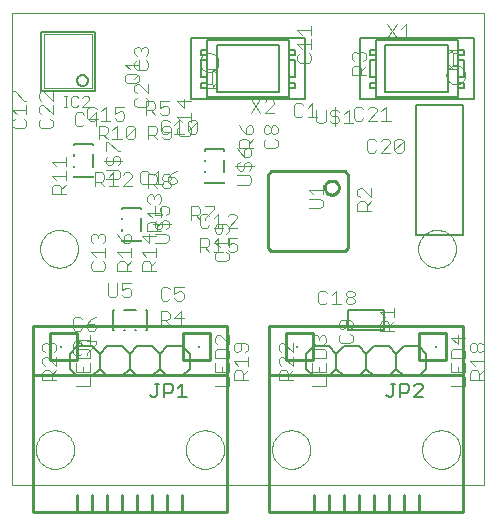
<source format=gto>
G75*
G70*
%OFA0B0*%
%FSLAX24Y24*%
%IPPOS*%
%LPD*%
%AMOC8*
5,1,8,0,0,1.08239X$1,22.5*
%
%ADD10C,0.0000*%
%ADD11C,0.0050*%
%ADD12C,0.0100*%
%ADD13C,0.0040*%
%ADD14R,0.0079X0.0079*%
%ADD15C,0.0060*%
%ADD16C,0.0080*%
%ADD17C,0.0020*%
D10*
X001274Y001049D02*
X001274Y016797D01*
X017022Y016797D01*
X017022Y001049D01*
X001274Y001049D01*
X002071Y002230D02*
X002073Y002280D01*
X002079Y002330D01*
X002089Y002379D01*
X002102Y002428D01*
X002120Y002475D01*
X002141Y002521D01*
X002165Y002564D01*
X002193Y002606D01*
X002224Y002646D01*
X002258Y002683D01*
X002295Y002717D01*
X002335Y002748D01*
X002377Y002776D01*
X002420Y002800D01*
X002466Y002821D01*
X002513Y002839D01*
X002562Y002852D01*
X002611Y002862D01*
X002661Y002868D01*
X002711Y002870D01*
X002761Y002868D01*
X002811Y002862D01*
X002860Y002852D01*
X002909Y002839D01*
X002956Y002821D01*
X003002Y002800D01*
X003045Y002776D01*
X003087Y002748D01*
X003127Y002717D01*
X003164Y002683D01*
X003198Y002646D01*
X003229Y002606D01*
X003257Y002564D01*
X003281Y002521D01*
X003302Y002475D01*
X003320Y002428D01*
X003333Y002379D01*
X003343Y002330D01*
X003349Y002280D01*
X003351Y002230D01*
X003349Y002180D01*
X003343Y002130D01*
X003333Y002081D01*
X003320Y002032D01*
X003302Y001985D01*
X003281Y001939D01*
X003257Y001896D01*
X003229Y001854D01*
X003198Y001814D01*
X003164Y001777D01*
X003127Y001743D01*
X003087Y001712D01*
X003045Y001684D01*
X003002Y001660D01*
X002956Y001639D01*
X002909Y001621D01*
X002860Y001608D01*
X002811Y001598D01*
X002761Y001592D01*
X002711Y001590D01*
X002661Y001592D01*
X002611Y001598D01*
X002562Y001608D01*
X002513Y001621D01*
X002466Y001639D01*
X002420Y001660D01*
X002377Y001684D01*
X002335Y001712D01*
X002295Y001743D01*
X002258Y001777D01*
X002224Y001814D01*
X002193Y001854D01*
X002165Y001896D01*
X002141Y001939D01*
X002120Y001985D01*
X002102Y002032D01*
X002089Y002081D01*
X002079Y002130D01*
X002073Y002180D01*
X002071Y002230D01*
X007071Y002230D02*
X007073Y002280D01*
X007079Y002330D01*
X007089Y002379D01*
X007102Y002428D01*
X007120Y002475D01*
X007141Y002521D01*
X007165Y002564D01*
X007193Y002606D01*
X007224Y002646D01*
X007258Y002683D01*
X007295Y002717D01*
X007335Y002748D01*
X007377Y002776D01*
X007420Y002800D01*
X007466Y002821D01*
X007513Y002839D01*
X007562Y002852D01*
X007611Y002862D01*
X007661Y002868D01*
X007711Y002870D01*
X007761Y002868D01*
X007811Y002862D01*
X007860Y002852D01*
X007909Y002839D01*
X007956Y002821D01*
X008002Y002800D01*
X008045Y002776D01*
X008087Y002748D01*
X008127Y002717D01*
X008164Y002683D01*
X008198Y002646D01*
X008229Y002606D01*
X008257Y002564D01*
X008281Y002521D01*
X008302Y002475D01*
X008320Y002428D01*
X008333Y002379D01*
X008343Y002330D01*
X008349Y002280D01*
X008351Y002230D01*
X008349Y002180D01*
X008343Y002130D01*
X008333Y002081D01*
X008320Y002032D01*
X008302Y001985D01*
X008281Y001939D01*
X008257Y001896D01*
X008229Y001854D01*
X008198Y001814D01*
X008164Y001777D01*
X008127Y001743D01*
X008087Y001712D01*
X008045Y001684D01*
X008002Y001660D01*
X007956Y001639D01*
X007909Y001621D01*
X007860Y001608D01*
X007811Y001598D01*
X007761Y001592D01*
X007711Y001590D01*
X007661Y001592D01*
X007611Y001598D01*
X007562Y001608D01*
X007513Y001621D01*
X007466Y001639D01*
X007420Y001660D01*
X007377Y001684D01*
X007335Y001712D01*
X007295Y001743D01*
X007258Y001777D01*
X007224Y001814D01*
X007193Y001854D01*
X007165Y001896D01*
X007141Y001939D01*
X007120Y001985D01*
X007102Y002032D01*
X007089Y002081D01*
X007079Y002130D01*
X007073Y002180D01*
X007071Y002230D01*
X009945Y002230D02*
X009947Y002280D01*
X009953Y002330D01*
X009963Y002379D01*
X009976Y002428D01*
X009994Y002475D01*
X010015Y002521D01*
X010039Y002564D01*
X010067Y002606D01*
X010098Y002646D01*
X010132Y002683D01*
X010169Y002717D01*
X010209Y002748D01*
X010251Y002776D01*
X010294Y002800D01*
X010340Y002821D01*
X010387Y002839D01*
X010436Y002852D01*
X010485Y002862D01*
X010535Y002868D01*
X010585Y002870D01*
X010635Y002868D01*
X010685Y002862D01*
X010734Y002852D01*
X010783Y002839D01*
X010830Y002821D01*
X010876Y002800D01*
X010919Y002776D01*
X010961Y002748D01*
X011001Y002717D01*
X011038Y002683D01*
X011072Y002646D01*
X011103Y002606D01*
X011131Y002564D01*
X011155Y002521D01*
X011176Y002475D01*
X011194Y002428D01*
X011207Y002379D01*
X011217Y002330D01*
X011223Y002280D01*
X011225Y002230D01*
X011223Y002180D01*
X011217Y002130D01*
X011207Y002081D01*
X011194Y002032D01*
X011176Y001985D01*
X011155Y001939D01*
X011131Y001896D01*
X011103Y001854D01*
X011072Y001814D01*
X011038Y001777D01*
X011001Y001743D01*
X010961Y001712D01*
X010919Y001684D01*
X010876Y001660D01*
X010830Y001639D01*
X010783Y001621D01*
X010734Y001608D01*
X010685Y001598D01*
X010635Y001592D01*
X010585Y001590D01*
X010535Y001592D01*
X010485Y001598D01*
X010436Y001608D01*
X010387Y001621D01*
X010340Y001639D01*
X010294Y001660D01*
X010251Y001684D01*
X010209Y001712D01*
X010169Y001743D01*
X010132Y001777D01*
X010098Y001814D01*
X010067Y001854D01*
X010039Y001896D01*
X010015Y001939D01*
X009994Y001985D01*
X009976Y002032D01*
X009963Y002081D01*
X009953Y002130D01*
X009947Y002180D01*
X009945Y002230D01*
X014945Y002230D02*
X014947Y002280D01*
X014953Y002330D01*
X014963Y002379D01*
X014976Y002428D01*
X014994Y002475D01*
X015015Y002521D01*
X015039Y002564D01*
X015067Y002606D01*
X015098Y002646D01*
X015132Y002683D01*
X015169Y002717D01*
X015209Y002748D01*
X015251Y002776D01*
X015294Y002800D01*
X015340Y002821D01*
X015387Y002839D01*
X015436Y002852D01*
X015485Y002862D01*
X015535Y002868D01*
X015585Y002870D01*
X015635Y002868D01*
X015685Y002862D01*
X015734Y002852D01*
X015783Y002839D01*
X015830Y002821D01*
X015876Y002800D01*
X015919Y002776D01*
X015961Y002748D01*
X016001Y002717D01*
X016038Y002683D01*
X016072Y002646D01*
X016103Y002606D01*
X016131Y002564D01*
X016155Y002521D01*
X016176Y002475D01*
X016194Y002428D01*
X016207Y002379D01*
X016217Y002330D01*
X016223Y002280D01*
X016225Y002230D01*
X016223Y002180D01*
X016217Y002130D01*
X016207Y002081D01*
X016194Y002032D01*
X016176Y001985D01*
X016155Y001939D01*
X016131Y001896D01*
X016103Y001854D01*
X016072Y001814D01*
X016038Y001777D01*
X016001Y001743D01*
X015961Y001712D01*
X015919Y001684D01*
X015876Y001660D01*
X015830Y001639D01*
X015783Y001621D01*
X015734Y001608D01*
X015685Y001598D01*
X015635Y001592D01*
X015585Y001590D01*
X015535Y001592D01*
X015485Y001598D01*
X015436Y001608D01*
X015387Y001621D01*
X015340Y001639D01*
X015294Y001660D01*
X015251Y001684D01*
X015209Y001712D01*
X015169Y001743D01*
X015132Y001777D01*
X015098Y001814D01*
X015067Y001854D01*
X015039Y001896D01*
X015015Y001939D01*
X014994Y001985D01*
X014976Y002032D01*
X014963Y002081D01*
X014953Y002130D01*
X014947Y002180D01*
X014945Y002230D01*
X014817Y008923D02*
X014819Y008973D01*
X014825Y009023D01*
X014835Y009072D01*
X014849Y009120D01*
X014866Y009167D01*
X014887Y009212D01*
X014912Y009256D01*
X014940Y009297D01*
X014972Y009336D01*
X015006Y009373D01*
X015043Y009407D01*
X015083Y009437D01*
X015125Y009464D01*
X015169Y009488D01*
X015215Y009509D01*
X015262Y009525D01*
X015310Y009538D01*
X015360Y009547D01*
X015409Y009552D01*
X015460Y009553D01*
X015510Y009550D01*
X015559Y009543D01*
X015608Y009532D01*
X015656Y009517D01*
X015702Y009499D01*
X015747Y009477D01*
X015790Y009451D01*
X015831Y009422D01*
X015870Y009390D01*
X015906Y009355D01*
X015938Y009317D01*
X015968Y009277D01*
X015995Y009234D01*
X016018Y009190D01*
X016037Y009144D01*
X016053Y009096D01*
X016065Y009047D01*
X016073Y008998D01*
X016077Y008948D01*
X016077Y008898D01*
X016073Y008848D01*
X016065Y008799D01*
X016053Y008750D01*
X016037Y008702D01*
X016018Y008656D01*
X015995Y008612D01*
X015968Y008569D01*
X015938Y008529D01*
X015906Y008491D01*
X015870Y008456D01*
X015831Y008424D01*
X015790Y008395D01*
X015747Y008369D01*
X015702Y008347D01*
X015656Y008329D01*
X015608Y008314D01*
X015559Y008303D01*
X015510Y008296D01*
X015460Y008293D01*
X015409Y008294D01*
X015360Y008299D01*
X015310Y008308D01*
X015262Y008321D01*
X015215Y008337D01*
X015169Y008358D01*
X015125Y008382D01*
X015083Y008409D01*
X015043Y008439D01*
X015006Y008473D01*
X014972Y008510D01*
X014940Y008549D01*
X014912Y008590D01*
X014887Y008634D01*
X014866Y008679D01*
X014849Y008726D01*
X014835Y008774D01*
X014825Y008823D01*
X014819Y008873D01*
X014817Y008923D01*
X015760Y014715D02*
X015762Y014750D01*
X015768Y014785D01*
X015778Y014819D01*
X015791Y014852D01*
X015808Y014883D01*
X015829Y014911D01*
X015852Y014938D01*
X015879Y014961D01*
X015907Y014982D01*
X015938Y014999D01*
X015971Y015012D01*
X016005Y015022D01*
X016040Y015028D01*
X016075Y015030D01*
X016110Y015028D01*
X016145Y015022D01*
X016179Y015012D01*
X016212Y014999D01*
X016243Y014982D01*
X016271Y014961D01*
X016298Y014938D01*
X016321Y014911D01*
X016342Y014883D01*
X016359Y014852D01*
X016372Y014819D01*
X016382Y014785D01*
X016388Y014750D01*
X016390Y014715D01*
X016388Y014680D01*
X016382Y014645D01*
X016372Y014611D01*
X016359Y014578D01*
X016342Y014547D01*
X016321Y014519D01*
X016298Y014492D01*
X016271Y014469D01*
X016243Y014448D01*
X016212Y014431D01*
X016179Y014418D01*
X016145Y014408D01*
X016110Y014402D01*
X016075Y014400D01*
X016040Y014402D01*
X016005Y014408D01*
X015971Y014418D01*
X015938Y014431D01*
X015907Y014448D01*
X015879Y014469D01*
X015852Y014492D01*
X015829Y014519D01*
X015808Y014547D01*
X015791Y014578D01*
X015778Y014611D01*
X015768Y014645D01*
X015762Y014680D01*
X015760Y014715D01*
X007532Y015133D02*
X007534Y015168D01*
X007540Y015203D01*
X007550Y015237D01*
X007563Y015270D01*
X007580Y015301D01*
X007601Y015329D01*
X007624Y015356D01*
X007651Y015379D01*
X007679Y015400D01*
X007710Y015417D01*
X007743Y015430D01*
X007777Y015440D01*
X007812Y015446D01*
X007847Y015448D01*
X007882Y015446D01*
X007917Y015440D01*
X007951Y015430D01*
X007984Y015417D01*
X008015Y015400D01*
X008043Y015379D01*
X008070Y015356D01*
X008093Y015329D01*
X008114Y015301D01*
X008131Y015270D01*
X008144Y015237D01*
X008154Y015203D01*
X008160Y015168D01*
X008162Y015133D01*
X008160Y015098D01*
X008154Y015063D01*
X008144Y015029D01*
X008131Y014996D01*
X008114Y014965D01*
X008093Y014937D01*
X008070Y014910D01*
X008043Y014887D01*
X008015Y014866D01*
X007984Y014849D01*
X007951Y014836D01*
X007917Y014826D01*
X007882Y014820D01*
X007847Y014818D01*
X007812Y014820D01*
X007777Y014826D01*
X007743Y014836D01*
X007710Y014849D01*
X007679Y014866D01*
X007651Y014887D01*
X007624Y014910D01*
X007601Y014937D01*
X007580Y014965D01*
X007563Y014996D01*
X007550Y015029D01*
X007540Y015063D01*
X007534Y015098D01*
X007532Y015133D01*
X002219Y008923D02*
X002221Y008973D01*
X002227Y009023D01*
X002237Y009072D01*
X002251Y009120D01*
X002268Y009167D01*
X002289Y009212D01*
X002314Y009256D01*
X002342Y009297D01*
X002374Y009336D01*
X002408Y009373D01*
X002445Y009407D01*
X002485Y009437D01*
X002527Y009464D01*
X002571Y009488D01*
X002617Y009509D01*
X002664Y009525D01*
X002712Y009538D01*
X002762Y009547D01*
X002811Y009552D01*
X002862Y009553D01*
X002912Y009550D01*
X002961Y009543D01*
X003010Y009532D01*
X003058Y009517D01*
X003104Y009499D01*
X003149Y009477D01*
X003192Y009451D01*
X003233Y009422D01*
X003272Y009390D01*
X003308Y009355D01*
X003340Y009317D01*
X003370Y009277D01*
X003397Y009234D01*
X003420Y009190D01*
X003439Y009144D01*
X003455Y009096D01*
X003467Y009047D01*
X003475Y008998D01*
X003479Y008948D01*
X003479Y008898D01*
X003475Y008848D01*
X003467Y008799D01*
X003455Y008750D01*
X003439Y008702D01*
X003420Y008656D01*
X003397Y008612D01*
X003370Y008569D01*
X003340Y008529D01*
X003308Y008491D01*
X003272Y008456D01*
X003233Y008424D01*
X003192Y008395D01*
X003149Y008369D01*
X003104Y008347D01*
X003058Y008329D01*
X003010Y008314D01*
X002961Y008303D01*
X002912Y008296D01*
X002862Y008293D01*
X002811Y008294D01*
X002762Y008299D01*
X002712Y008308D01*
X002664Y008321D01*
X002617Y008337D01*
X002571Y008358D01*
X002527Y008382D01*
X002485Y008409D01*
X002445Y008439D01*
X002408Y008473D01*
X002374Y008510D01*
X002342Y008549D01*
X002314Y008590D01*
X002289Y008634D01*
X002268Y008679D01*
X002251Y008726D01*
X002237Y008774D01*
X002227Y008823D01*
X002221Y008873D01*
X002219Y008923D01*
D11*
X006035Y004429D02*
X006185Y004429D01*
X006110Y004429D02*
X006110Y004054D01*
X006035Y003979D01*
X005960Y003979D01*
X005885Y004054D01*
X006345Y004129D02*
X006570Y004129D01*
X006645Y004204D01*
X006645Y004354D01*
X006570Y004429D01*
X006345Y004429D01*
X006345Y003979D01*
X006805Y003979D02*
X007106Y003979D01*
X006956Y003979D02*
X006956Y004429D01*
X006805Y004279D01*
X012489Y006214D02*
X012489Y006884D01*
X013690Y006884D01*
X013690Y006214D01*
X012489Y006214D01*
X013910Y004429D02*
X014060Y004429D01*
X013985Y004429D02*
X013985Y004054D01*
X013910Y003979D01*
X013835Y003979D01*
X013760Y004054D01*
X014221Y004129D02*
X014446Y004129D01*
X014521Y004204D01*
X014521Y004354D01*
X014446Y004429D01*
X014221Y004429D01*
X014221Y003979D01*
X014681Y003979D02*
X014981Y004279D01*
X014981Y004354D01*
X014906Y004429D01*
X014756Y004429D01*
X014681Y004354D01*
X014681Y003979D02*
X014981Y003979D01*
X014736Y009384D02*
X016311Y009384D01*
X016311Y013714D01*
X014736Y013714D01*
X014736Y009384D01*
D12*
X012478Y008953D02*
X012478Y011394D01*
X012369Y011503D01*
X009928Y011503D01*
X009820Y011394D01*
X009820Y008953D01*
X009928Y008845D01*
X012369Y008845D01*
X012478Y008953D01*
X011700Y010961D02*
X011702Y010991D01*
X011708Y011021D01*
X011717Y011050D01*
X011730Y011077D01*
X011747Y011102D01*
X011766Y011125D01*
X011789Y011146D01*
X011814Y011163D01*
X011840Y011177D01*
X011869Y011187D01*
X011898Y011194D01*
X011928Y011197D01*
X011959Y011196D01*
X011989Y011191D01*
X012018Y011182D01*
X012045Y011170D01*
X012071Y011155D01*
X012095Y011136D01*
X012116Y011114D01*
X012134Y011090D01*
X012149Y011063D01*
X012160Y011035D01*
X012168Y011006D01*
X012172Y010976D01*
X012172Y010946D01*
X012168Y010916D01*
X012160Y010887D01*
X012149Y010859D01*
X012134Y010832D01*
X012116Y010808D01*
X012095Y010786D01*
X012071Y010767D01*
X012045Y010752D01*
X012018Y010740D01*
X011989Y010731D01*
X011959Y010726D01*
X011928Y010725D01*
X011898Y010728D01*
X011869Y010735D01*
X011840Y010745D01*
X011814Y010759D01*
X011789Y010776D01*
X011766Y010797D01*
X011747Y010820D01*
X011730Y010845D01*
X011717Y010872D01*
X011708Y010901D01*
X011702Y010931D01*
X011700Y010961D01*
X009860Y006350D02*
X016310Y006350D01*
X016310Y004730D01*
X009860Y004730D01*
X009860Y006350D01*
X010415Y006130D02*
X011315Y006130D01*
X011315Y005230D01*
X010415Y005230D01*
X010415Y006130D01*
X009860Y004730D02*
X009860Y000150D01*
X011335Y000150D01*
X011335Y000730D01*
X011835Y000730D02*
X011835Y000150D01*
X012335Y000150D01*
X012335Y000730D01*
X012835Y000730D02*
X012835Y000150D01*
X013335Y000150D01*
X013335Y000730D01*
X013835Y000730D02*
X013835Y000150D01*
X014335Y000150D01*
X014335Y000730D01*
X014835Y000730D02*
X014835Y000150D01*
X016310Y000150D01*
X016310Y004730D01*
X015755Y005230D02*
X015755Y006130D01*
X014855Y006130D01*
X014855Y005230D01*
X015755Y005230D01*
X014835Y000150D02*
X014335Y000150D01*
X013835Y000150D02*
X013335Y000150D01*
X012835Y000150D02*
X012335Y000150D01*
X011835Y000150D02*
X011335Y000150D01*
X008436Y000150D02*
X008436Y004730D01*
X001986Y004730D01*
X001986Y006350D01*
X008436Y006350D01*
X008436Y004730D01*
X007881Y005230D02*
X007881Y006130D01*
X006981Y006130D01*
X006981Y005230D01*
X007881Y005230D01*
X003441Y005230D02*
X002541Y005230D01*
X002541Y006130D01*
X003441Y006130D01*
X003441Y005230D01*
X001986Y004730D02*
X001986Y000150D01*
X003461Y000150D01*
X003461Y000730D01*
X003961Y000730D02*
X003961Y000150D01*
X004461Y000150D01*
X004461Y000730D01*
X004961Y000730D02*
X004961Y000150D01*
X005461Y000150D01*
X005461Y000730D01*
X005961Y000730D02*
X005961Y000150D01*
X006461Y000150D01*
X006461Y000730D01*
X006961Y000730D02*
X006961Y000150D01*
X008436Y000150D01*
X006961Y000150D02*
X006461Y000150D01*
X005961Y000150D02*
X005461Y000150D01*
X004961Y000150D02*
X004461Y000150D01*
X003961Y000150D02*
X003461Y000150D01*
D13*
X003418Y004352D02*
X003879Y004352D01*
X003879Y004659D01*
X003879Y004813D02*
X003879Y005120D01*
X003879Y005273D02*
X003879Y005503D01*
X003802Y005580D01*
X003495Y005580D01*
X003418Y005503D01*
X003418Y005273D01*
X003879Y005273D01*
X003771Y005381D02*
X003771Y005458D01*
X004078Y005765D01*
X004078Y005842D01*
X003771Y005842D01*
X003879Y005887D02*
X003418Y005887D01*
X003572Y005734D01*
X003617Y005765D02*
X003541Y005842D01*
X003387Y005842D01*
X003311Y005765D01*
X003311Y005458D01*
X003387Y005381D01*
X003541Y005381D01*
X003617Y005458D01*
X003418Y005120D02*
X003418Y004813D01*
X003879Y004813D01*
X003649Y004813D02*
X003649Y004966D01*
X003879Y005734D02*
X003879Y006040D01*
X003848Y006194D02*
X004001Y006194D01*
X004078Y006271D01*
X004078Y006347D01*
X004001Y006424D01*
X003771Y006424D01*
X003771Y006271D01*
X003848Y006194D01*
X003771Y006424D02*
X003924Y006578D01*
X004078Y006654D01*
X003617Y006578D02*
X003541Y006654D01*
X003387Y006654D01*
X003311Y006578D01*
X003311Y006271D01*
X003387Y006194D01*
X003541Y006194D01*
X003617Y006271D01*
X002754Y005714D02*
X002754Y005560D01*
X002677Y005484D01*
X002754Y005330D02*
X002754Y005023D01*
X002447Y005330D01*
X002370Y005330D01*
X002293Y005253D01*
X002293Y005100D01*
X002370Y005023D01*
X002370Y004870D02*
X002293Y004793D01*
X002293Y004563D01*
X002754Y004563D01*
X002600Y004563D02*
X002600Y004793D01*
X002524Y004870D01*
X002370Y004870D01*
X002600Y004716D02*
X002754Y004870D01*
X002370Y005484D02*
X002293Y005560D01*
X002293Y005714D01*
X002370Y005790D01*
X002447Y005790D01*
X002524Y005714D01*
X002600Y005790D01*
X002677Y005790D01*
X002754Y005714D01*
X002524Y005714D02*
X002524Y005637D01*
X004481Y007396D02*
X004558Y007319D01*
X004712Y007319D01*
X004788Y007396D01*
X004788Y007779D01*
X004942Y007779D02*
X004942Y007549D01*
X005095Y007626D01*
X005172Y007626D01*
X005249Y007549D01*
X005249Y007396D01*
X005172Y007319D01*
X005018Y007319D01*
X004942Y007396D01*
X004942Y007779D02*
X005249Y007779D01*
X005254Y008194D02*
X004793Y008194D01*
X004793Y008424D01*
X004870Y008501D01*
X005024Y008501D01*
X005100Y008424D01*
X005100Y008194D01*
X005100Y008347D02*
X005254Y008501D01*
X005254Y008654D02*
X005254Y008961D01*
X005254Y008808D02*
X004793Y008808D01*
X004947Y008654D01*
X005024Y009115D02*
X005024Y009345D01*
X005100Y009422D01*
X005177Y009422D01*
X005254Y009345D01*
X005254Y009191D01*
X005177Y009115D01*
X005024Y009115D01*
X004870Y009268D01*
X004793Y009422D01*
X004379Y009345D02*
X004379Y009191D01*
X004302Y009115D01*
X004379Y008961D02*
X004379Y008654D01*
X004379Y008808D02*
X003918Y008808D01*
X004072Y008654D01*
X003995Y008501D02*
X003918Y008424D01*
X003918Y008271D01*
X003995Y008194D01*
X004302Y008194D01*
X004379Y008271D01*
X004379Y008424D01*
X004302Y008501D01*
X003995Y009115D02*
X003918Y009191D01*
X003918Y009345D01*
X003995Y009422D01*
X004072Y009422D01*
X004149Y009345D01*
X004225Y009422D01*
X004302Y009422D01*
X004379Y009345D01*
X004149Y009345D02*
X004149Y009268D01*
X005606Y009345D02*
X005836Y009115D01*
X005836Y009422D01*
X005793Y009506D02*
X005793Y009737D01*
X005870Y009813D01*
X006024Y009813D01*
X006100Y009737D01*
X006100Y009506D01*
X006120Y009586D02*
X006043Y009662D01*
X006043Y009816D01*
X006120Y009893D01*
X006254Y009967D02*
X006254Y010274D01*
X006197Y010276D02*
X006274Y010353D01*
X006427Y010353D01*
X006504Y010276D01*
X006504Y010123D01*
X006427Y010046D01*
X006274Y010046D02*
X006197Y010199D01*
X006197Y010276D01*
X006177Y010427D02*
X006254Y010504D01*
X006254Y010657D01*
X006177Y010734D01*
X006100Y010734D01*
X006024Y010657D01*
X006024Y010581D01*
X006024Y010657D02*
X005947Y010734D01*
X005870Y010734D01*
X005793Y010657D01*
X005793Y010504D01*
X005870Y010427D01*
X006043Y010353D02*
X006043Y010046D01*
X006274Y010046D01*
X006254Y010120D02*
X005793Y010120D01*
X005947Y009967D01*
X006100Y009660D02*
X006254Y009813D01*
X006274Y009816D02*
X006274Y009662D01*
X006197Y009586D01*
X006120Y009586D01*
X006254Y009506D02*
X005793Y009506D01*
X005606Y009345D02*
X006066Y009345D01*
X006043Y009432D02*
X006427Y009432D01*
X006504Y009355D01*
X006504Y009202D01*
X006427Y009125D01*
X006043Y009125D01*
X006066Y008961D02*
X006066Y008654D01*
X006066Y008501D02*
X005913Y008347D01*
X005913Y008424D02*
X005913Y008194D01*
X006066Y008194D02*
X005606Y008194D01*
X005606Y008424D01*
X005683Y008501D01*
X005836Y008501D01*
X005913Y008424D01*
X005759Y008654D02*
X005606Y008808D01*
X006066Y008808D01*
X006427Y009586D02*
X006504Y009662D01*
X006504Y009816D01*
X006427Y009893D01*
X006350Y009893D01*
X006274Y009816D01*
X005967Y009739D02*
X006581Y009739D01*
X007248Y009881D02*
X007248Y010342D01*
X007478Y010342D01*
X007555Y010265D01*
X007555Y010112D01*
X007478Y010035D01*
X007248Y010035D01*
X007402Y010035D02*
X007555Y009881D01*
X007544Y010015D02*
X007544Y009708D01*
X007621Y009631D01*
X007774Y009631D01*
X007851Y009708D01*
X008004Y009631D02*
X008311Y009631D01*
X008274Y009734D02*
X008274Y009504D01*
X008197Y009427D01*
X008120Y009427D01*
X008043Y009504D01*
X008043Y009657D01*
X008120Y009734D01*
X008427Y009734D01*
X008504Y009657D01*
X008504Y009504D01*
X008427Y009427D01*
X008465Y009279D02*
X008465Y009049D01*
X008618Y009126D01*
X008695Y009126D01*
X008772Y009049D01*
X008772Y008896D01*
X008695Y008819D01*
X008541Y008819D01*
X008465Y008896D01*
X008504Y008967D02*
X008504Y009274D01*
X008465Y009279D02*
X008772Y009279D01*
X008504Y009120D02*
X008043Y009120D01*
X008197Y008967D01*
X008158Y008819D02*
X008158Y009279D01*
X008004Y009126D01*
X007851Y009203D02*
X007851Y009049D01*
X007774Y008972D01*
X007544Y008972D01*
X007544Y008819D02*
X007544Y009279D01*
X007774Y009279D01*
X007851Y009203D01*
X007697Y008972D02*
X007851Y008819D01*
X008004Y008819D02*
X008311Y008819D01*
X008427Y008813D02*
X008504Y008737D01*
X008504Y008583D01*
X008427Y008506D01*
X008120Y008506D01*
X008043Y008583D01*
X008043Y008737D01*
X008120Y008813D01*
X008158Y009631D02*
X008158Y010092D01*
X008004Y009938D01*
X007851Y010015D02*
X007774Y010092D01*
X007621Y010092D01*
X007544Y010015D01*
X007708Y009958D02*
X007708Y009881D01*
X007708Y009958D02*
X008015Y010265D01*
X008015Y010342D01*
X007708Y010342D01*
X008465Y010015D02*
X008541Y010092D01*
X008695Y010092D01*
X008772Y010015D01*
X008772Y009938D01*
X008465Y009631D01*
X008772Y009631D01*
X008793Y011063D02*
X009177Y011063D01*
X009254Y011139D01*
X009254Y011293D01*
X009177Y011370D01*
X008793Y011370D01*
X008870Y011523D02*
X008793Y011600D01*
X008793Y011753D01*
X008870Y011830D01*
X009024Y011753D02*
X009024Y011600D01*
X008947Y011523D01*
X008870Y011523D01*
X008717Y011677D02*
X009331Y011677D01*
X009254Y011600D02*
X009254Y011753D01*
X009177Y011830D01*
X009100Y011830D01*
X009024Y011753D01*
X009024Y011984D02*
X009024Y012214D01*
X009100Y012290D01*
X009177Y012290D01*
X009254Y012214D01*
X009254Y012060D01*
X009177Y011984D01*
X009024Y011984D01*
X008870Y012137D01*
X008793Y012290D01*
X008856Y012273D02*
X008856Y012503D01*
X008933Y012580D01*
X009086Y012580D01*
X009163Y012503D01*
X009163Y012273D01*
X009316Y012273D02*
X008856Y012273D01*
X009163Y012427D02*
X009316Y012580D01*
X009240Y012734D02*
X009086Y012734D01*
X009086Y012964D01*
X009163Y013040D01*
X009240Y013040D01*
X009316Y012964D01*
X009316Y012810D01*
X009240Y012734D01*
X009086Y012734D02*
X008933Y012887D01*
X008856Y013040D01*
X009247Y013444D02*
X009554Y013904D01*
X009707Y013828D02*
X009784Y013904D01*
X009938Y013904D01*
X010014Y013828D01*
X010014Y013751D01*
X009707Y013444D01*
X010014Y013444D01*
X009975Y013040D02*
X010052Y013040D01*
X010129Y012964D01*
X010129Y012810D01*
X010052Y012734D01*
X009975Y012734D01*
X009899Y012810D01*
X009899Y012964D01*
X009975Y013040D01*
X009899Y012964D02*
X009822Y013040D01*
X009745Y013040D01*
X009668Y012964D01*
X009668Y012810D01*
X009745Y012734D01*
X009822Y012734D01*
X009899Y012810D01*
X010052Y012580D02*
X010129Y012503D01*
X010129Y012350D01*
X010052Y012273D01*
X009745Y012273D01*
X009668Y012350D01*
X009668Y012503D01*
X009745Y012580D01*
X009554Y013444D02*
X009247Y013904D01*
X008061Y014294D02*
X007943Y014294D01*
X008061Y014412D01*
X007983Y014373D02*
X007943Y014412D01*
X007943Y014806D01*
X007983Y014845D01*
X007943Y014806D02*
X007825Y014806D01*
X007825Y014924D02*
X007943Y014924D01*
X008061Y014806D01*
X008061Y014924D02*
X007943Y014924D01*
X007943Y014412D02*
X007825Y014412D01*
X007825Y014294D02*
X007943Y014294D01*
X007254Y013845D02*
X006793Y013845D01*
X007024Y013615D01*
X007024Y013922D01*
X006515Y013842D02*
X006208Y013842D01*
X006208Y013612D01*
X006362Y013688D01*
X006439Y013688D01*
X006515Y013612D01*
X006515Y013458D01*
X006439Y013381D01*
X006285Y013381D01*
X006208Y013458D01*
X006055Y013381D02*
X005902Y013535D01*
X005978Y013535D02*
X005748Y013535D01*
X005740Y013648D02*
X005816Y013725D01*
X005816Y013878D01*
X005740Y013955D01*
X005748Y013842D02*
X005978Y013842D01*
X006055Y013765D01*
X006055Y013612D01*
X005978Y013535D01*
X005740Y013648D02*
X005433Y013648D01*
X005356Y013725D01*
X005356Y013878D01*
X005433Y013955D01*
X005433Y014109D02*
X005356Y014185D01*
X005356Y014339D01*
X005433Y014415D01*
X005509Y014415D01*
X005816Y014109D01*
X005816Y014415D01*
X005504Y014521D02*
X005427Y014444D01*
X005120Y014444D01*
X005043Y014521D01*
X005043Y014674D01*
X005120Y014751D01*
X005427Y014751D01*
X005504Y014674D01*
X005504Y014521D01*
X005350Y014597D02*
X005504Y014751D01*
X005504Y014904D02*
X005504Y015211D01*
X005433Y015205D02*
X005356Y015128D01*
X005356Y014975D01*
X005433Y014898D01*
X005740Y014898D01*
X005816Y014975D01*
X005816Y015128D01*
X005740Y015205D01*
X005740Y015359D02*
X005816Y015435D01*
X005816Y015589D01*
X005740Y015665D01*
X005663Y015665D01*
X005586Y015589D01*
X005586Y015512D01*
X005586Y015589D02*
X005509Y015665D01*
X005433Y015665D01*
X005356Y015589D01*
X005356Y015435D01*
X005433Y015359D01*
X005504Y015058D02*
X005043Y015058D01*
X005197Y014904D01*
X005748Y013842D02*
X005748Y013381D01*
X005811Y013029D02*
X006041Y013029D01*
X006117Y012953D01*
X006117Y012799D01*
X006041Y012722D01*
X005811Y012722D01*
X005964Y012722D02*
X006117Y012569D01*
X006271Y012646D02*
X006348Y012569D01*
X006501Y012569D01*
X006578Y012646D01*
X006578Y012953D01*
X006501Y013029D01*
X006348Y013029D01*
X006271Y012953D01*
X006271Y012876D01*
X006348Y012799D01*
X006578Y012799D01*
X006538Y012833D02*
X006462Y012756D01*
X006308Y012756D01*
X006231Y012833D01*
X006231Y013140D01*
X006308Y013217D01*
X006462Y013217D01*
X006538Y013140D01*
X006692Y013063D02*
X006845Y013217D01*
X006845Y012756D01*
X006793Y012771D02*
X006870Y012694D01*
X007177Y012694D01*
X007254Y012771D01*
X007254Y012924D01*
X007177Y013001D01*
X007152Y013140D02*
X007152Y012833D01*
X007459Y013140D01*
X007459Y012833D01*
X007382Y012756D01*
X007229Y012756D01*
X007152Y012833D01*
X006999Y012756D02*
X006692Y012756D01*
X006793Y012771D02*
X006793Y012924D01*
X006870Y013001D01*
X006947Y013154D02*
X006793Y013308D01*
X007254Y013308D01*
X007229Y013217D02*
X007382Y013217D01*
X007459Y013140D01*
X007254Y013154D02*
X007254Y013461D01*
X007229Y013217D02*
X007152Y013140D01*
X005811Y013029D02*
X005811Y012569D01*
X005390Y012646D02*
X005390Y012953D01*
X005083Y012646D01*
X005160Y012569D01*
X005314Y012569D01*
X005390Y012646D01*
X005083Y012646D02*
X005083Y012953D01*
X005160Y013029D01*
X005314Y013029D01*
X005390Y012953D01*
X005022Y013271D02*
X004945Y013194D01*
X004791Y013194D01*
X004715Y013271D01*
X004715Y013424D02*
X004868Y013501D01*
X004945Y013501D01*
X005022Y013424D01*
X005022Y013271D01*
X004715Y013424D02*
X004715Y013654D01*
X005022Y013654D01*
X004408Y013654D02*
X004408Y013194D01*
X004561Y013194D02*
X004254Y013194D01*
X004140Y013237D02*
X003833Y013237D01*
X004064Y013467D01*
X004064Y013006D01*
X004163Y013029D02*
X004393Y013029D01*
X004470Y012953D01*
X004470Y012799D01*
X004393Y012722D01*
X004163Y012722D01*
X004163Y012569D02*
X004163Y013029D01*
X004024Y013194D02*
X004101Y013271D01*
X004024Y013194D02*
X003871Y013194D01*
X003794Y013271D01*
X003794Y013578D01*
X003871Y013654D01*
X004024Y013654D01*
X004101Y013578D01*
X004254Y013501D02*
X004408Y013654D01*
X003861Y013654D02*
X003621Y013654D01*
X003861Y013894D01*
X003861Y013954D01*
X003801Y014014D01*
X003681Y014014D01*
X003621Y013954D01*
X003492Y013954D02*
X003432Y014014D01*
X003312Y014014D01*
X003252Y013954D01*
X003252Y013714D01*
X003312Y013654D01*
X003432Y013654D01*
X003492Y013714D01*
X003450Y013467D02*
X003373Y013390D01*
X003373Y013083D01*
X003450Y013006D01*
X003603Y013006D01*
X003680Y013083D01*
X003680Y013390D02*
X003603Y013467D01*
X003450Y013467D01*
X003127Y013654D02*
X003007Y013654D01*
X003067Y013654D02*
X003067Y014014D01*
X003007Y014014D02*
X003127Y014014D01*
X002629Y013865D02*
X002322Y014172D01*
X002245Y014172D01*
X002168Y014095D01*
X002168Y013941D01*
X002245Y013865D01*
X002245Y013711D02*
X002168Y013634D01*
X002168Y013481D01*
X002245Y013404D01*
X002245Y013251D02*
X002168Y013174D01*
X002168Y013021D01*
X002245Y012944D01*
X002552Y012944D01*
X002629Y013021D01*
X002629Y013174D01*
X002552Y013251D01*
X002629Y013404D02*
X002322Y013711D01*
X002245Y013711D01*
X002629Y013711D02*
X002629Y013404D01*
X002629Y013865D02*
X002629Y014172D01*
X001754Y013865D02*
X001677Y013865D01*
X001370Y014172D01*
X001293Y014172D01*
X001293Y013865D01*
X001293Y013558D02*
X001754Y013558D01*
X001754Y013711D02*
X001754Y013404D01*
X001677Y013251D02*
X001754Y013174D01*
X001754Y013021D01*
X001677Y012944D01*
X001370Y012944D01*
X001293Y013021D01*
X001293Y013174D01*
X001370Y013251D01*
X001447Y013404D02*
X001293Y013558D01*
X002606Y011824D02*
X003066Y011824D01*
X003066Y011671D02*
X003066Y011978D01*
X002759Y011671D02*
X002606Y011824D01*
X002606Y011364D02*
X003066Y011364D01*
X003066Y011211D02*
X003066Y011518D01*
X002759Y011211D02*
X002606Y011364D01*
X002683Y011057D02*
X002836Y011057D01*
X002913Y010980D01*
X002913Y010750D01*
X003066Y010750D02*
X002606Y010750D01*
X002606Y010980D01*
X002683Y011057D01*
X002913Y010904D02*
X003066Y011057D01*
X004044Y011006D02*
X004044Y011467D01*
X004274Y011467D01*
X004351Y011390D01*
X004351Y011237D01*
X004274Y011160D01*
X004044Y011160D01*
X004197Y011160D02*
X004351Y011006D01*
X004504Y011006D02*
X004811Y011006D01*
X004658Y011006D02*
X004658Y011467D01*
X004504Y011313D01*
X004418Y011250D02*
X004802Y011250D01*
X004879Y011327D01*
X004879Y011480D01*
X004802Y011557D01*
X004418Y011557D01*
X004495Y011711D02*
X004418Y011787D01*
X004418Y011941D01*
X004495Y012018D01*
X004418Y012171D02*
X004418Y012478D01*
X004495Y012478D01*
X004802Y012171D01*
X004879Y012171D01*
X004802Y012018D02*
X004725Y012018D01*
X004649Y011941D01*
X004649Y011787D01*
X004572Y011711D01*
X004495Y011711D01*
X004342Y011864D02*
X004956Y011864D01*
X004879Y011787D02*
X004879Y011941D01*
X004802Y012018D01*
X004879Y011787D02*
X004802Y011711D01*
X005041Y011467D02*
X004965Y011390D01*
X005041Y011467D02*
X005195Y011467D01*
X005272Y011390D01*
X005272Y011313D01*
X004965Y011006D01*
X005272Y011006D01*
X005544Y011146D02*
X005544Y011453D01*
X005621Y011529D01*
X005774Y011529D01*
X005851Y011453D01*
X005811Y011404D02*
X006041Y011404D01*
X006117Y011328D01*
X006117Y011174D01*
X006041Y011097D01*
X005811Y011097D01*
X005774Y011069D02*
X005851Y011146D01*
X005774Y011069D02*
X005621Y011069D01*
X005544Y011146D01*
X005811Y010944D02*
X005811Y011404D01*
X006004Y011376D02*
X006158Y011529D01*
X006158Y011069D01*
X006271Y011097D02*
X006348Y011174D01*
X006501Y011174D01*
X006578Y011097D01*
X006578Y011021D01*
X006501Y010944D01*
X006348Y010944D01*
X006271Y011021D01*
X006271Y011097D01*
X006311Y011069D02*
X006004Y011069D01*
X005964Y011097D02*
X006117Y010944D01*
X006348Y011174D02*
X006271Y011251D01*
X006271Y011328D01*
X006348Y011404D01*
X006501Y011404D01*
X006578Y011328D01*
X006578Y011251D01*
X006501Y011174D01*
X006465Y011146D02*
X006541Y011069D01*
X006695Y011069D01*
X006772Y011146D01*
X006772Y011222D01*
X006695Y011299D01*
X006465Y011299D01*
X006465Y011146D01*
X006465Y011299D02*
X006618Y011453D01*
X006772Y011529D01*
X004930Y012569D02*
X004623Y012569D01*
X004470Y012569D02*
X004316Y012722D01*
X004623Y012876D02*
X004777Y013029D01*
X004777Y012569D01*
X009177Y011523D02*
X009254Y011600D01*
X011168Y010887D02*
X011629Y010887D01*
X011629Y010734D02*
X011629Y011040D01*
X011322Y010734D02*
X011168Y010887D01*
X011168Y010580D02*
X011552Y010580D01*
X011629Y010503D01*
X011629Y010350D01*
X011552Y010273D01*
X011168Y010273D01*
X012793Y010194D02*
X012793Y010424D01*
X012870Y010501D01*
X013024Y010501D01*
X013100Y010424D01*
X013100Y010194D01*
X013100Y010347D02*
X013254Y010501D01*
X013254Y010654D02*
X012947Y010961D01*
X012870Y010961D01*
X012793Y010884D01*
X012793Y010731D01*
X012870Y010654D01*
X013254Y010654D02*
X013254Y010961D01*
X013254Y010194D02*
X012793Y010194D01*
X013183Y012131D02*
X013106Y012208D01*
X013106Y012515D01*
X013183Y012592D01*
X013337Y012592D01*
X013413Y012515D01*
X013567Y012515D02*
X013643Y012592D01*
X013797Y012592D01*
X013874Y012515D01*
X013874Y012438D01*
X013567Y012131D01*
X013874Y012131D01*
X014027Y012208D02*
X014334Y012515D01*
X014334Y012208D01*
X014257Y012131D01*
X014104Y012131D01*
X014027Y012208D01*
X014027Y012515D01*
X014104Y012592D01*
X014257Y012592D01*
X014334Y012515D01*
X013897Y013194D02*
X013590Y013194D01*
X013743Y013194D02*
X013743Y013654D01*
X013590Y013501D01*
X013436Y013501D02*
X013436Y013578D01*
X013359Y013654D01*
X013206Y013654D01*
X013129Y013578D01*
X012976Y013578D02*
X012899Y013654D01*
X012746Y013654D01*
X012669Y013578D01*
X012669Y013271D01*
X012746Y013194D01*
X012899Y013194D01*
X012976Y013271D01*
X013129Y013194D02*
X013436Y013501D01*
X013436Y013194D02*
X013129Y013194D01*
X012651Y013103D02*
X012344Y013103D01*
X012498Y013103D02*
X012498Y013564D01*
X012344Y013410D01*
X012191Y013487D02*
X012114Y013564D01*
X011961Y013564D01*
X011884Y013487D01*
X011884Y013410D01*
X011961Y013334D01*
X012114Y013334D01*
X012191Y013257D01*
X012191Y013180D01*
X012114Y013103D01*
X011961Y013103D01*
X011884Y013180D01*
X011730Y013180D02*
X011730Y013564D01*
X011423Y013564D02*
X011423Y013180D01*
X011500Y013103D01*
X011654Y013103D01*
X011730Y013180D01*
X011436Y013319D02*
X011129Y013319D01*
X011283Y013319D02*
X011283Y013779D01*
X011129Y013626D01*
X010976Y013703D02*
X010899Y013779D01*
X010746Y013779D01*
X010669Y013703D01*
X010669Y013396D01*
X010746Y013319D01*
X010899Y013319D01*
X010976Y013396D01*
X012037Y013640D02*
X012037Y013027D01*
X013183Y012131D02*
X013337Y012131D01*
X013413Y012208D01*
X013066Y014711D02*
X012606Y014711D01*
X012606Y014941D01*
X012683Y015018D01*
X012836Y015018D01*
X012913Y014941D01*
X012913Y014711D01*
X012913Y014864D02*
X013066Y015018D01*
X012990Y015171D02*
X013066Y015248D01*
X013066Y015401D01*
X012990Y015478D01*
X012913Y015478D01*
X012836Y015401D01*
X012836Y015324D01*
X012836Y015401D02*
X012759Y015478D01*
X012683Y015478D01*
X012606Y015401D01*
X012606Y015248D01*
X012683Y015171D01*
X013794Y015944D02*
X014101Y016404D01*
X014254Y016251D02*
X014408Y016404D01*
X014408Y015944D01*
X014561Y015944D02*
X014254Y015944D01*
X014101Y015944D02*
X013794Y016404D01*
X015860Y015554D02*
X015979Y015554D01*
X015860Y015436D01*
X015939Y015475D02*
X015979Y015436D01*
X015979Y015042D01*
X015939Y015003D01*
X015979Y015042D02*
X016097Y015042D01*
X016097Y014924D02*
X015979Y014924D01*
X015860Y015042D01*
X015860Y014924D02*
X015979Y014924D01*
X015979Y015436D02*
X016097Y015436D01*
X016097Y015554D02*
X015979Y015554D01*
X011254Y015592D02*
X011254Y015899D01*
X011254Y016052D02*
X011254Y016359D01*
X011254Y016206D02*
X010793Y016206D01*
X010947Y016052D01*
X010793Y015745D02*
X011254Y015745D01*
X011177Y015438D02*
X011254Y015362D01*
X011254Y015208D01*
X011177Y015131D01*
X010870Y015131D01*
X010793Y015208D01*
X010793Y015362D01*
X010870Y015438D01*
X010947Y015592D02*
X010793Y015745D01*
X006999Y007654D02*
X006692Y007654D01*
X006692Y007424D01*
X006845Y007501D01*
X006922Y007501D01*
X006999Y007424D01*
X006999Y007271D01*
X006922Y007194D01*
X006768Y007194D01*
X006692Y007271D01*
X006538Y007271D02*
X006462Y007194D01*
X006308Y007194D01*
X006231Y007271D01*
X006231Y007578D01*
X006308Y007654D01*
X006462Y007654D01*
X006538Y007578D01*
X006462Y006842D02*
X006231Y006842D01*
X006231Y006381D01*
X006231Y006535D02*
X006462Y006535D01*
X006538Y006612D01*
X006538Y006765D01*
X006462Y006842D01*
X006385Y006535D02*
X006538Y006381D01*
X006692Y006612D02*
X006999Y006612D01*
X006922Y006842D02*
X006922Y006381D01*
X006692Y006612D02*
X006922Y006842D01*
X008043Y005964D02*
X008043Y005810D01*
X008120Y005734D01*
X008120Y005580D02*
X008043Y005503D01*
X008043Y005273D01*
X008504Y005273D01*
X008504Y005503D01*
X008427Y005580D01*
X008120Y005580D01*
X008043Y005964D02*
X008120Y006040D01*
X008197Y006040D01*
X008504Y005734D01*
X008504Y006040D01*
X008745Y005790D02*
X008668Y005714D01*
X008668Y005560D01*
X008745Y005484D01*
X008822Y005484D01*
X008899Y005560D01*
X008899Y005790D01*
X009052Y005790D02*
X008745Y005790D01*
X009052Y005790D02*
X009129Y005714D01*
X009129Y005560D01*
X009052Y005484D01*
X009129Y005330D02*
X009129Y005023D01*
X009129Y004870D02*
X008975Y004716D01*
X008975Y004793D02*
X008975Y004563D01*
X009129Y004563D02*
X008668Y004563D01*
X008668Y004793D01*
X008745Y004870D01*
X008899Y004870D01*
X008975Y004793D01*
X008822Y005023D02*
X008668Y005177D01*
X009129Y005177D01*
X008504Y005120D02*
X008504Y004813D01*
X008043Y004813D01*
X008043Y005120D01*
X008274Y004966D02*
X008274Y004813D01*
X008504Y004659D02*
X008504Y004352D01*
X008043Y004352D01*
X010168Y004563D02*
X010168Y004793D01*
X010245Y004870D01*
X010399Y004870D01*
X010475Y004793D01*
X010475Y004563D01*
X010475Y004716D02*
X010629Y004870D01*
X010629Y005023D02*
X010322Y005330D01*
X010245Y005330D01*
X010168Y005253D01*
X010168Y005100D01*
X010245Y005023D01*
X010629Y005023D02*
X010629Y005330D01*
X010629Y005484D02*
X010322Y005790D01*
X010245Y005790D01*
X010168Y005714D01*
X010168Y005560D01*
X010245Y005484D01*
X010629Y005484D02*
X010629Y005790D01*
X011293Y005810D02*
X011293Y005964D01*
X011370Y006040D01*
X011447Y006040D01*
X011524Y005964D01*
X011600Y006040D01*
X011677Y006040D01*
X011754Y005964D01*
X011754Y005810D01*
X011677Y005734D01*
X011677Y005580D02*
X011370Y005580D01*
X011293Y005503D01*
X011293Y005273D01*
X011754Y005273D01*
X011754Y005503D01*
X011677Y005580D01*
X011370Y005734D02*
X011293Y005810D01*
X011524Y005887D02*
X011524Y005964D01*
X012168Y006003D02*
X012168Y005850D01*
X012245Y005773D01*
X012552Y005773D01*
X012629Y005850D01*
X012629Y006003D01*
X012552Y006080D01*
X012552Y006234D02*
X012629Y006310D01*
X012629Y006464D01*
X012552Y006540D01*
X012245Y006540D01*
X012168Y006464D01*
X012168Y006310D01*
X012245Y006234D01*
X012322Y006234D01*
X012399Y006310D01*
X012399Y006540D01*
X012245Y006080D02*
X012168Y006003D01*
X011754Y005120D02*
X011754Y004813D01*
X011293Y004813D01*
X011293Y005120D01*
X011524Y004966D02*
X011524Y004813D01*
X011754Y004659D02*
X011754Y004352D01*
X011293Y004352D01*
X010629Y004563D02*
X010168Y004563D01*
X011552Y007069D02*
X011705Y007069D01*
X011782Y007146D01*
X011936Y007069D02*
X012242Y007069D01*
X012089Y007069D02*
X012089Y007529D01*
X011936Y007376D01*
X011782Y007453D02*
X011705Y007529D01*
X011552Y007529D01*
X011475Y007453D01*
X011475Y007146D01*
X011552Y007069D01*
X012396Y007146D02*
X012396Y007222D01*
X012473Y007299D01*
X012626Y007299D01*
X012703Y007222D01*
X012703Y007146D01*
X012626Y007069D01*
X012473Y007069D01*
X012396Y007146D01*
X012473Y007299D02*
X012396Y007376D01*
X012396Y007453D01*
X012473Y007529D01*
X012626Y007529D01*
X012703Y007453D01*
X012703Y007376D01*
X012626Y007299D01*
X013543Y006808D02*
X014004Y006808D01*
X014004Y006961D02*
X014004Y006654D01*
X014004Y006501D02*
X013850Y006347D01*
X013850Y006424D02*
X013850Y006194D01*
X014004Y006194D02*
X013543Y006194D01*
X013543Y006424D01*
X013620Y006501D01*
X013774Y006501D01*
X013850Y006424D01*
X013697Y006654D02*
X013543Y006808D01*
X015918Y005964D02*
X016149Y005734D01*
X016149Y006040D01*
X016379Y005964D02*
X015918Y005964D01*
X015995Y005580D02*
X015918Y005503D01*
X015918Y005273D01*
X016379Y005273D01*
X016379Y005503D01*
X016302Y005580D01*
X015995Y005580D01*
X015918Y005120D02*
X015918Y004813D01*
X016379Y004813D01*
X016379Y005120D01*
X016543Y005177D02*
X017004Y005177D01*
X017004Y005330D02*
X017004Y005023D01*
X017004Y004870D02*
X016850Y004716D01*
X016850Y004793D02*
X016850Y004563D01*
X017004Y004563D02*
X016543Y004563D01*
X016543Y004793D01*
X016620Y004870D01*
X016774Y004870D01*
X016850Y004793D01*
X016697Y005023D02*
X016543Y005177D01*
X016620Y005484D02*
X016697Y005484D01*
X016774Y005560D01*
X016774Y005714D01*
X016850Y005790D01*
X016927Y005790D01*
X017004Y005714D01*
X017004Y005560D01*
X016927Y005484D01*
X016850Y005484D01*
X016774Y005560D01*
X016774Y005714D02*
X016697Y005790D01*
X016620Y005790D01*
X016543Y005714D01*
X016543Y005560D01*
X016620Y005484D01*
X016149Y004966D02*
X016149Y004813D01*
X016379Y004659D02*
X016379Y004352D01*
X015918Y004352D01*
X004481Y007396D02*
X004481Y007779D01*
D14*
X002899Y005635D03*
X007524Y005635D03*
X010774Y005635D03*
X015399Y005635D03*
D15*
X015086Y005424D02*
X014836Y005674D01*
X014336Y005674D01*
X014086Y005424D01*
X013836Y005674D01*
X013336Y005674D01*
X013086Y005424D01*
X013086Y004924D01*
X013336Y004674D01*
X013836Y004674D01*
X014086Y004924D01*
X014086Y005424D01*
X014086Y004924D02*
X014336Y004674D01*
X014836Y004674D01*
X015086Y004924D01*
X015086Y005424D01*
X013086Y005424D02*
X012836Y005674D01*
X012336Y005674D01*
X012086Y005424D01*
X011836Y005674D01*
X011336Y005674D01*
X011086Y005424D01*
X011086Y004924D01*
X011336Y004674D01*
X011836Y004674D01*
X012086Y004924D01*
X012086Y005424D01*
X012086Y004924D02*
X012336Y004674D01*
X012836Y004674D01*
X013086Y004924D01*
X007211Y004924D02*
X006961Y004674D01*
X006461Y004674D01*
X006211Y004924D01*
X005961Y004674D01*
X005461Y004674D01*
X005211Y004924D01*
X005211Y005424D01*
X005461Y005674D01*
X005961Y005674D01*
X006211Y005424D01*
X006461Y005674D01*
X006961Y005674D01*
X007211Y005424D01*
X007211Y004924D01*
X006211Y004924D02*
X006211Y005424D01*
X005771Y006230D02*
X005734Y006230D01*
X005771Y006230D02*
X005771Y006868D01*
X005734Y006868D01*
X005417Y006868D02*
X005006Y006868D01*
X004689Y006868D02*
X004652Y006868D01*
X004652Y006230D01*
X004689Y006230D01*
X005006Y006230D02*
X005043Y006230D01*
X005380Y006230D02*
X005417Y006230D01*
X004961Y005674D02*
X005211Y005424D01*
X004961Y005674D02*
X004461Y005674D01*
X004211Y005424D01*
X003961Y005674D01*
X003461Y005674D01*
X003211Y005424D01*
X003211Y004924D01*
X003461Y004674D01*
X003961Y004674D01*
X004211Y004924D01*
X004211Y005424D01*
X004211Y004924D02*
X004461Y004674D01*
X004961Y004674D01*
X005211Y004924D01*
X004955Y009177D02*
X004955Y009214D01*
X004955Y009177D02*
X005593Y009177D01*
X005593Y009214D01*
X005593Y009531D02*
X005593Y009942D01*
X005593Y010259D02*
X005593Y010296D01*
X004955Y010296D01*
X004955Y010259D01*
X004955Y009942D02*
X004955Y009905D01*
X004955Y009568D02*
X004955Y009531D01*
X003968Y011302D02*
X003330Y011302D01*
X003330Y011339D01*
X003330Y011656D02*
X003330Y011693D01*
X003330Y012030D02*
X003330Y012067D01*
X003330Y012384D02*
X003330Y012421D01*
X003968Y012421D01*
X003968Y012384D01*
X003968Y012067D02*
X003968Y011656D01*
X003968Y011339D02*
X003968Y011302D01*
X004048Y014184D02*
X002250Y014184D01*
X002250Y016164D01*
X004048Y016164D01*
X004048Y014184D01*
X003449Y014534D02*
X003451Y014560D01*
X003457Y014586D01*
X003466Y014610D01*
X003479Y014633D01*
X003495Y014654D01*
X003514Y014672D01*
X003535Y014688D01*
X003559Y014700D01*
X003583Y014708D01*
X003609Y014713D01*
X003636Y014714D01*
X003662Y014711D01*
X003687Y014704D01*
X003711Y014694D01*
X003734Y014680D01*
X003754Y014664D01*
X003771Y014644D01*
X003786Y014622D01*
X003797Y014598D01*
X003805Y014573D01*
X003809Y014547D01*
X003809Y014521D01*
X003805Y014495D01*
X003797Y014470D01*
X003786Y014446D01*
X003771Y014424D01*
X003754Y014404D01*
X003734Y014388D01*
X003711Y014374D01*
X003687Y014364D01*
X003662Y014357D01*
X003636Y014354D01*
X003609Y014355D01*
X003583Y014360D01*
X003559Y014368D01*
X003535Y014380D01*
X003514Y014396D01*
X003495Y014414D01*
X003479Y014435D01*
X003466Y014458D01*
X003457Y014482D01*
X003451Y014508D01*
X003449Y014534D01*
X007705Y012234D02*
X007705Y012197D01*
X007705Y012234D02*
X008343Y012234D01*
X008343Y012197D01*
X008343Y011879D02*
X008343Y011468D01*
X008343Y011151D02*
X008343Y011114D01*
X007705Y011114D01*
X007705Y011151D01*
X007705Y011468D02*
X007705Y011505D01*
X007705Y011842D02*
X007705Y011879D01*
D16*
X007238Y013900D02*
X011057Y013900D01*
X011057Y015948D01*
X007238Y015948D01*
X007238Y013900D01*
X007589Y014294D02*
X007746Y014294D01*
X007589Y014294D02*
X007589Y014451D01*
X007746Y014451D01*
X007746Y014648D02*
X007589Y014648D01*
X007589Y015199D01*
X007746Y015199D01*
X007746Y015396D02*
X007589Y015396D01*
X007589Y015554D01*
X007746Y015554D01*
X007786Y015869D02*
X010510Y015869D01*
X010510Y013979D01*
X007786Y013979D01*
X007786Y015869D01*
X008101Y015711D02*
X010195Y015711D01*
X010195Y014136D01*
X008101Y014136D01*
X008101Y015711D01*
X010549Y015554D02*
X010707Y015554D01*
X010707Y015396D01*
X010549Y015396D01*
X010549Y015199D02*
X010707Y015199D01*
X010707Y014648D01*
X010549Y014648D01*
X010549Y014451D02*
X010707Y014451D01*
X010707Y014294D01*
X010549Y014294D01*
X012864Y013900D02*
X016683Y013900D01*
X016683Y015948D01*
X012864Y015948D01*
X012864Y013900D01*
X013215Y014294D02*
X013372Y014294D01*
X013215Y014294D02*
X013215Y014451D01*
X013372Y014451D01*
X013372Y014648D02*
X013215Y014648D01*
X013215Y015199D01*
X013372Y015199D01*
X013372Y015396D02*
X013215Y015396D01*
X013215Y015554D01*
X013372Y015554D01*
X013727Y015711D02*
X015821Y015711D01*
X015821Y014136D01*
X013727Y014136D01*
X013727Y015711D01*
X013412Y015869D02*
X013412Y013979D01*
X016136Y013979D01*
X016136Y015869D01*
X013412Y015869D01*
X016175Y015554D02*
X016333Y015554D01*
X016333Y015396D01*
X016175Y015396D01*
X016175Y015199D02*
X016333Y015199D01*
X016333Y014648D01*
X016175Y014648D01*
X016175Y014451D02*
X016333Y014451D01*
X016333Y014294D01*
X016175Y014294D01*
D17*
X003958Y014274D02*
X002340Y014274D01*
X002340Y016074D01*
X003958Y016074D01*
X003958Y014274D01*
M02*

</source>
